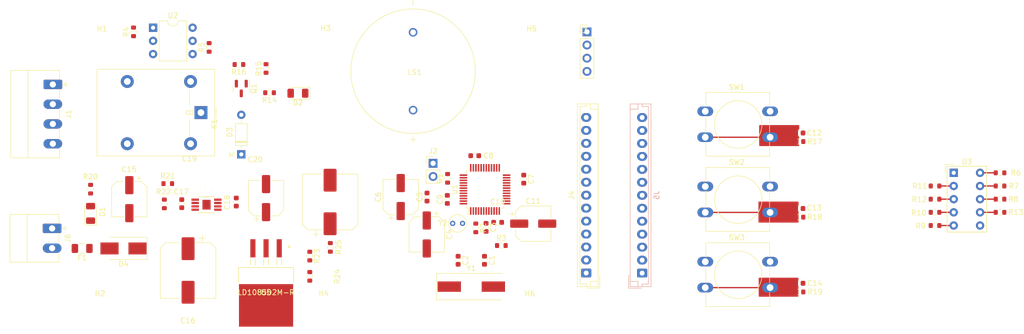
<source format=kicad_pcb>
(kicad_pcb (version 20211014) (generator pcbnew)
  (layers (0 "F.Cu" signal) (31 "B.Cu" signal) (34 "B.Paste" user) (35 "F.Paste" user) (36 "B.SilkS" user "B.Silkscreen") (37 "F.SilkS" user "F.Silkscreen") (38 "B.Mask" user) (39 "F.Mask" user) (44 "Edge.Cuts" user))
  (net 0 "")
  (net 1 "GND")
  (net 2 "RCC_OSC_IN")
  (net 3 "RCC_OSC_OUT")
  (net 4 "nRESET")
  (net 5 "Net-(C4-Pad1)")
  (net 6 "+3V3")
  (net 7 "Net-(C10-Pad1)")
  (net 8 "BTN_IO")
  (net 9 "BTN_START")
  (net 10 "BTN_MODE")
  (net 11 "Net-(C16-Pad1)")
  (net 12 "Net-(C17-Pad2)")
  (net 13 "Net-(C18-Pad1)")
  (net 14 "+12V")
  (net 15 "/Power/LED_PWR")
  (net 16 "Net-(D2-Pad2)")
  (net 17 "Net-(D3-Pad2)")
  (net 18 "Net-(D4-Pad2)")
  (net 19 "VCC")
  (net 20 "/Flow/FLOW_SENSOR")
  (net 21 "/Relay/RELAY_IN")
  (net 22 "/Relay/RELAY_NO")
  (net 23 "/Relay/RELAY_NC")
  (net 24 "BOOT0")
  (net 25 "SWDIO")
  (net 26 "SWCLK")
  (net 27 "BUZZER")
  (net 28 "Net-(Q1-Pad1)")
  (net 29 "Net-(R4-Pad2)")
  (net 30 "FLOW")
  (net 31 "DISP_A")
  (net 32 "Net-(R6-Pad2)")
  (net 33 "DISP_B")
  (net 34 "Net-(R7-Pad2)")
  (net 35 "DISP_C")
  (net 36 "Net-(R8-Pad2)")
  (net 37 "DISP_D")
  (net 38 "Net-(R9-Pad2)")
  (net 39 "DISP_E")
  (net 40 "Net-(R10-Pad2)")
  (net 41 "DISP_F")
  (net 42 "Net-(R11-Pad2)")
  (net 43 "DISP_G")
  (net 44 "Net-(R12-Pad2)")
  (net 45 "DISP_P")
  (net 46 "Net-(R13-Pad2)")
  (net 47 "RELAY")
  (net 48 "+3.3V")
  (net 49 "Net-(R23-Pad1)")
  (net 50 "Net-(R23-Pad2)")
  (net 52 "RCC_OSC32_IN")
  (net 53 "RCC_OSC32_OUT")
  (net 74 "/Buttons/BTN_IO")
  (net 75 "/Buttons/BTN_START")
  (net 76 "/Buttons/BTN_MODE")
  (net 77 "/DISPLAY/DISP_A")
  (net 78 "/DISPLAY/DISP_B")
  (net 79 "/DISPLAY/DISP_C")
  (net 80 "/DISPLAY/DISP_D")
  (net 81 "/DISPLAY/DISP_E")
  (net 82 "/DISPLAY/DISP_F")
  (net 83 "/DISPLAY/DISP_G")
  (net 84 "/DISPLAY/DISP_P")
  (footprint "Diode_SMD:D_SMB_Handsoldering" (layer "F.Cu") (at 37.338 148.082 180)
    (fp_text reference "D4" (at 0 -3) (layer "F.SilkS"))
    (fp_text value "SBR3A40SAQ")
    (pad "1" smd rect (at -2.7 0 180) (size 3.5 2.3) (layers "F.Cu" "F.Paste" "F.Mask") (net 11 "Net-(C16-Pad1)"))
    (pad "2" smd rect (at 2.7 0 180) (size 3.5 2.3) (layers "F.Cu" "F.Paste" "F.Mask") (net 18 "Net-(D4-Pad2)"))
  )
  (footprint "Buzzer:XDCR_KPEG228" (layer "F.Cu") (at 93.1672 113.9164 90)
    (fp_text reference "LS1" (at -0.2032 0.3048 180) (layer "F.SilkS"))
    (fp_text value "KPEG228")
    (pad "N" thru_hole circle locked (at 7.5 0 90) (size 1.65 1.65) (drill 1.1) (layers *.Cu *.Mask) (net 1 "GND"))
    (pad "P" thru_hole circle locked (at -7.5 0 90) (size 1.65 1.65) (drill 1.1) (layers *.Cu *.Mask) (net 27 "BUZZER"))
  )
  (footprint "Button_Switch_THT:SW_PUSH-12mm" (layer "F.Cu") (at 149.5028 136.1394)
    (fp_text reference "SW2" (at 6.08 -4.66) (layer "F.SilkS"))
    (fp_text value "SW_START")
    (pad "1" thru_hole oval (at 0 0) (size 3.048 1.85) (drill 1.3) (layers *.Cu *.Mask) (net 1 "GND"))
    (pad "1" thru_hole oval (at 12.5 0) (size 3.048 1.85) (drill 1.3) (layers *.Cu *.Mask) (net 1 "GND"))
    (pad "2" thru_hole oval (at 0 5) (size 3.048 1.85) (drill 1.3) (layers *.Cu *.Mask) (net 75 "/Buttons/BTN_START"))
    (pad "2" thru_hole oval (at 12.5 5) (size 3.048 1.85) (drill 1.3) (layers *.Cu *.Mask) (net 75 "/Buttons/BTN_START"))
  )
  (footprint "Resistor_SMD:R_0603_1608Metric" (layer "F.Cu") (at 206.3328 138.5839 180)
    (fp_text reference "R8" (at -2.58 0) (layer "F.SilkS"))
    (fp_text value "330R")
    (pad "1" smd roundrect (at -0.825 0 180) (size 0.8 0.95) (layers "F.Cu" "F.Paste" "F.Mask") (net 79 "/DISPLAY/DISP_C"))
    (pad "2" smd roundrect (at 0.825 0 180) (size 0.8 0.95) (layers "F.Cu" "F.Paste" "F.Mask") (net 36 "Net-(R8-Pad2)"))
  )
  (footprint "Capacitor_SMD:C_0603_1608Metric" (layer "F.Cu") (at 99.7712 138.6332 90)
    (fp_text reference "C9" (at 0 -1.43 90) (layer "F.SilkS"))
    (fp_text value "100nF")
    (pad "1" smd roundrect (at -0.775 0 90) (size 0.9 0.95) (layers "F.Cu" "F.Paste" "F.Mask") (net 6 "+3V3"))
    (pad "2" smd roundrect (at 0.775 0 90) (size 0.9 0.95) (layers "F.Cu" "F.Paste" "F.Mask") (net 1 "GND"))
  )
  (footprint "Resistor_SMD:R_0603_1608Metric" (layer "F.Cu") (at 64.8208 113.3856 90)
    (fp_text reference "R15" (at 0 -1.43 90) (layer "F.SilkS"))
    (fp_text value "4K7")
    (pad "1" smd roundrect (at -0.825 0 90) (size 0.8 0.95) (layers "F.Cu" "F.Paste" "F.Mask") (net 47 "RELAY"))
    (pad "2" smd roundrect (at 0.825 0 90) (size 0.8 0.95) (layers "F.Cu" "F.Paste" "F.Mask") (net 28 "Net-(Q1-Pad1)"))
  )
  (footprint "Package_QFP:LQFP-48_7x7mm_P0.5mm" (layer "F.Cu") (at 107.0356 136.7028 90)
    (fp_text reference "U1" (at 0 -5.85 90) (layer "F.SilkS"))
    (fp_text value "STM32F103C8Tx")
    (pad "1" smd roundrect (at -4.1625 -2.75 90) (size 1.475 0.3) (layers "F.Cu" "F.Paste" "F.Mask") (net 5 "Net-(C4-Pad1)"))
    (pad "2" smd roundrect (at -4.1625 -2.25 90) (size 1.475 0.3) (layers "F.Cu" "F.Paste" "F.Mask"))
    (pad "3" smd roundrect (at -4.1625 -1.75 90) (size 1.475 0.3) (layers "F.Cu" "F.Paste" "F.Mask") (net 52 "RCC_OSC32_IN"))
    (pad "4" smd roundrect (at -4.1625 -1.25 90) (size 1.475 0.3) (layers "F.Cu" "F.Paste" "F.Mask") (net 53 "RCC_OSC32_OUT"))
    (pad "5" smd roundrect (at -4.1625 -0.75 90) (size 1.475 0.3) (layers "F.Cu" "F.Paste" "F.Mask") (net 2 "RCC_OSC_IN"))
    (pad "6" smd roundrect (at -4.1625 -0.25 90) (size 1.475 0.3) (layers "F.Cu" "F.Paste" "F.Mask") (net 3 "RCC_OSC_OUT"))
    (pad "7" smd roundrect (at -4.1625 0.25 90) (size 1.475 0.3) (layers "F.Cu" "F.Paste" "F.Mask") (net 4 "nRESET"))
    (pad "8" smd roundrect (at -4.1625 0.75 90) (size 1.475 0.3) (layers "F.Cu" "F.Paste" "F.Mask") (net 1 "GND"))
    (pad "9" smd roundrect (at -4.1625 1.25 90) (size 1.475 0.3) (layers "F.Cu" "F.Paste" "F.Mask") (net 7 "Net-(C10-Pad1)"))
    (pad "10" smd roundrect (at -4.1625 1.75 90) (size 1.475 0.3) (layers "F.Cu" "F.Paste" "F.Mask"))
    (pad "11" smd roundrect (at -4.1625 2.25 90) (size 1.475 0.3) (layers "F.Cu" "F.Paste" "F.Mask"))
    (pad "12" smd roundrect (at -4.1625 2.75 90) (size 1.475 0.3) (layers "F.Cu" "F.Paste" "F.Mask"))
    (pad "13" smd roundrect (at -2.75 4.1625 90) (size 0.3 1.475) (layers "F.Cu" "F.Paste" "F.Mask") (net 31 "DISP_A"))
    (pad "14" smd roundrect (at -2.25 4.1625 90) (size 0.3 1.475) (layers "F.Cu" "F.Paste" "F.Mask") (net 33 "DISP_B"))
    (pad "15" smd roundrect (at -1.75 4.1625 90) (size 0.3 1.475) (layers "F.Cu" "F.Paste" "F.Mask") (net 35 "DISP_C"))
    (pad "16" smd roundrect (at -1.25 4.1625 90) (size 0.3 1.475) (layers "F.Cu" "F.Paste" "F.Mask") (net 37 "DISP_D"))
    (pad "17" smd roundrect (at -0.75 4.1625 90) (size 0.3 1.475) (layers "F.Cu" "F.Paste" "F.Mask") (net 39 "DISP_E"))
    (pad "18" smd roundrect (at -0.25 4.1625 90) (size 0.3 1.475) (layers "F.Cu" "F.Paste" "F.Mask") (net 41 "DISP_F"))
    (pad "19" smd roundrect (at 0.25 4.1625 90) (size 0.3 1.475) (layers "F.Cu" "F.Paste" "F.Mask") (net 43 "DISP_G"))
    (pad "20" smd roundrect (at 0.75 4.1625 90) (size 0.3 1.475) (layers "F.Cu" "F.Paste" "F.Mask") (net 45 "DISP_P"))
    (pad "21" smd roundrect (at 1.25 4.1625 90) (size 0.3 1.475) (layers "F.Cu" "F.Paste" "F.Mask"))
    (pad "22" smd roundrect (at 1.75 4.1625 90) (size 0.3 1.475) (layers "F.Cu" "F.Paste" "F.Mask"))
    (pad "23" smd roundrect (at 2.25 4.1625 90) (size 0.3 1.475) (layers "F.Cu" "F.Paste" "F.Mask") (net 1 "GND"))
    (pad "24" smd roundrect (at 2.75 4.1625 90) (size 0.3 1.475) (layers "F.Cu" "F.Paste" "F.Mask") (net 6 "+3V3"))
    (pad "25" smd roundrect (at 4.1625 2.75 90) (size 1.475 0.3) (layers "F.Cu" "F.Paste" "F.Mask"))
    (pad "26" smd roundrect (at 4.1625 2.25 90) (size 1.475 0.3) (layers "F.Cu" "F.Paste" "F.Mask"))
    (pad "27" smd roundrect (at 4.1625 1.75 90) (size 1.475 0.3) (layers "F.Cu" "F.Paste" "F.Mask"))
    (pad "28" smd roundrect (at 4.1625 1.25 90) (size 1.475 0.3) (layers "F.Cu" "F.Paste" "F.Mask") (net 47 "RELAY"))
    (pad "29" smd roundrect (at 4.1625 0.75 90) (size 1.475 0.3) (layers "F.Cu" "F.Paste" "F.Mask") (net 30 "FLOW"))
    (pad "30" smd roundrect (at 4.1625 0.25 90) (size 1.475 0.3) (layers "F.Cu" "F.Paste" "F.Mask") (net 27 "BUZZER"))
    (pad "31" smd roundrect (at 4.1625 -0.25 90) (size 1.475 0.3) (layers "F.Cu" "F.Paste" "F.Mask"))
    (pad "32" smd roundrect (at 4.1625 -0.75 90) (size 1.475 0.3) (layers "F.Cu" "F.Paste" "F.Mask"))
    (pad "33" smd roundrect (at 4.1625 -1.25 90) (size 1.475 0.3) (layers "F.Cu" "F.Paste" "F.Mask"))
    (pad "34" smd roundrect (at 4.1625 -1.75 90) (size 1.475 0.3) (layers "F.Cu" "F.Paste" "F.Mask") (net 25 "SWDIO"))
    (pad "35" smd roundrect (at 4.1625 -2.25 90) (size 1.475 0.3) (layers "F.Cu" "F.Paste" "F.Mask") (net 1 "GND"))
    (pad "36" smd roundrect (at 4.1625 -2.75 90) (size 1.475 0.3) (layers "F.Cu" "F.Paste" "F.Mask") (net 6 "+3V3"))
    (pad "37" smd roundrect (at 2.75 -4.1625 90) (size 0.3 1.475) (layers "F.Cu" "F.Paste" "F.Mask") (net 26 "SWCLK"))
    (pad "38" smd roundrect (at 2.25 -4.1625 90) (size 0.3 1.475) (layers "F.Cu" "F.Paste" "F.Mask"))
    (pad "39" smd roundrect (at 1.75 -4.1625 90) (size 0.3 1.475) (layers "F.Cu" "F.Paste" "F.Mask"))
    (pad "40" smd roundrect (at 1.25 -4.1625 90) (size 0.3 1.475) (layers "F.Cu" "F.Paste" "F.Mask"))
    (pad "41" smd roundrect (at 0.75 -4.1625 90) (size 0.3 1.475) (layers "F.Cu" "F.Paste" "F.Mask") (net 8 "BTN_IO"))
    (pad "42" smd roundrect (at 0.25 -4.1625 90) (size 0.3 1.475) (layers "F.Cu" "F.Paste" "F.Mask") (net 9 "BTN_START"))
    (pad "43" smd roundrect (at -0.25 -4.1625 90) (size 0.3 1.475) (layers "F.Cu" "F.Paste" "F.Mask") (net 10 "BTN_MODE"))
    (pad "44" smd roundrect (at -0.75 -4.1625 90) (size 0.3 1.475) (layers "F.Cu" "F.Paste" "F.Mask") (net 24 "BOOT0"))
    (pad "45" smd roundrect (at -1.25 -4.1625 90) (size 0.3 1.475) (layers "F.Cu" "F.Paste" "F.Mask"))
    (pad "46" smd roundrect (at -1.75 -4.1625 90) (size 0.3 1.475) (layers "F.Cu" "F.Paste" "F.Mask"))
    (pad "47" smd roundrect (at -2.25 -4.1625 90) (size 0.3 1.475) (layers "F.Cu" "F.Paste" "F.Mask") (net 1 "GND"))
    (pad "48" smd roundrect (at -2.75 -4.1625 90) (size 0.3 1.475) (layers "F.Cu" "F.Paste" "F.Mask") (net 6 "+3V3"))
  )
  (footprint "Connector_PinHeader_2.54mm:PinHeader_1x02_P2.54mm_Vertical" (layer "F.Cu") (at 97.028 131.6686)
    (fp_text reference "J2" (at 0 -2.33) (layer "F.SilkS"))
    (fp_text value "BOOT")
    (pad "1" thru_hole rect (at 0 0) (size 1.7 1.7) (drill 1) (layers *.Cu *.Mask) (net 6 "+3V3"))
    (pad "2" thru_hole oval (at 0 2.54) (size 1.7 1.7) (drill 1) (layers *.Cu *.Mask) (net 24 "BOOT0"))
  )
  (footprint "Capacitor_SMD:CP_Elec_6.3x7.7" (layer "F.Cu") (at 90.7796 138.176 90)
    (fp_text reference "C6" (at 0 -4.35 90) (layer "F.SilkS"))
    (fp_text value "1uF/6V")
    (pad "1" smd roundrect (at -2.7 0 90) (size 3.5 1.6) (layers "F.Cu" "F.Paste" "F.Mask") (roundrect_rratio 0.15625) (net 6 "+3V3"))
    (pad "2" smd roundrect (at 2.7 0 90) (size 3.5 1.6) (layers "F.Cu" "F.Paste" "F.Mask") (roundrect_rratio 0.15625) (net 1 "GND"))
  )
  (footprint "Capacitor_SMD:C_0603_1608Metric" (layer "F.Cu") (at 167.5728 140.3844)
    (fp_text reference "C13" (at 2.93 -0.14) (layer "F.SilkS"))
    (fp_text value "100nF")
    (pad "1" smd roundrect (at -0.775 0) (size 0.9 0.95) (layers "F.Cu" "F.Paste" "F.Mask") (net 75 "/Buttons/BTN_START"))
    (pad "2" smd roundrect (at 0.775 0) (size 0.9 0.95) (layers "F.Cu" "F.Paste" "F.Mask") (net 1 "GND"))
  )
  (footprint "Resistor_SMD:R_0603_1608Metric" (layer "F.Cu") (at 30.988 136.652 -90)
    (fp_text reference "R20" (at -2.3876 0.0508 180) (layer "F.SilkS"))
    (fp_text value "470")
    (pad "1" smd roundrect (at -0.825 0 270) (size 0.8 0.95) (layers "F.Cu" "F.Paste" "F.Mask") (net 6 "+3V3"))
    (pad "2" smd roundrect (at 0.825 0 270) (size 0.8 0.95) (layers "F.Cu" "F.Paste" "F.Mask") (net 15 "/Power/LED_PWR"))
  )
  (footprint "Capacitor_SMD:CP_Elec_6.3x7.7" (layer "F.Cu") (at 64.8208 138.3792 90)
    (fp_text reference "C19" (at 7.5969 -14.7828 180) (layer "F.SilkS"))
    (fp_text value "10uF/35V")
    (pad "1" smd roundrect (at -2.7 0 90) (size 3.5 1.6) (layers "F.Cu" "F.Paste" "F.Mask") (roundrect_rratio 0.15625) (net 14 "+12V"))
    (pad "2" smd roundrect (at 2.7 0 90) (size 3.5 1.6) (layers "F.Cu" "F.Paste" "F.Mask") (roundrect_rratio 0.15625) (net 1 "GND"))
  )
  (footprint "MountingHole:MountingHole_2.5mm" (layer "F.Cu") (at 33.1724 109.2428)
    (fp_text reference "H1" (at 0 -3.5) (layer "F.SilkS"))
    (fp_text value "MountingHole")
    (pad "" np_thru_hole circle (at 0 0) (size 2.5 2.5) (drill 2.5) (layers *.Cu *.Mask))
  )
  (footprint "Resistor_SMD:R_0603_1608Metric" (layer "F.Cu") (at 65.4934 118.0592 180)
    (fp_text reference "R14" (at 0 -1.43) (layer "F.SilkS"))
    (fp_text value "4K7")
    (pad "1" smd roundrect (at -0.825 0 180) (size 0.8 0.95) (layers "F.Cu" "F.Paste" "F.Mask") (net 16 "Net-(D2-Pad2)"))
    (pad "2" smd roundrect (at 0.825 0 180) (size 0.8 0.95) (layers "F.Cu" "F.Paste" "F.Mask") (net 17 "Net-(D3-Pad2)"))
  )
  (footprint "Resistor_SMD:R_0603_1608Metric" (layer "F.Cu") (at 53.848 109.3216 90)
    (fp_text reference "R5" (at 0 -1.43 90) (layer "F.SilkS"))
    (fp_text value "4K7")
    (pad "1" smd roundrect (at -0.825 0 90) (size 0.8 0.95) (layers "F.Cu" "F.Paste" "F.Mask") (net 6 "+3V3"))
    (pad "2" smd roundrect (at 0.825 0 90) (size 0.8 0.95) (layers "F.Cu" "F.Paste" "F.Mask") (net 30 "FLOW"))
  )
  (footprint "LED_SMD:LED_1206_3216Metric" (layer "F.Cu") (at 70.9676 118.1608 180)
    (fp_text reference "D2" (at 0 -1.82) (layer "F.SilkS"))
    (fp_text value "LED_GREEN")
    (pad "1" smd roundrect (at -1.4 0 180) (size 1.25 1.75) (layers "F.Cu" "F.Paste" "F.Mask") (roundrect_rratio 0.2) (net 1 "GND"))
    (pad "2" smd roundrect (at 1.4 0 180) (size 1.25 1.75) (layers "F.Cu" "F.Paste" "F.Mask") (roundrect_rratio 0.2) (net 16 "Net-(D2-Pad2)"))
  )
  (footprint "Connector_Phoenix_MC:PhoenixContact_MC_1,5_4-G-3.81_1x04_P3.81mm_Horizontal" (layer "F.Cu") (at 23.7097 116.4632 -90)
    (fp_text reference "J1" (at 5.72 -3 90) (layer "F.SilkS"))
    (fp_text value "Screw_Terminal_01x04")
    (pad "1" thru_hole roundrect (at 0 0 270) (size 1.8 3.6) (drill 1.2) (layers *.Cu *.Mask) (roundrect_rratio 0.138889) (net 20 "/Flow/FLOW_SENSOR"))
    (pad "2" thru_hole oval (at 3.81 0 270) (size 1.8 3.6) (drill 1.2) (layers *.Cu *.Mask) (net 21 "/Relay/RELAY_IN"))
    (pad "3" thru_hole oval (at 7.62 0 270) (size 1.8 3.6) (drill 1.2) (layers *.Cu *.Mask) (net 22 "/Relay/RELAY_NO"))
    (pad "4" thru_hole oval (at 11.43 0 270) (size 1.8 3.6) (drill 1.2) (layers *.Cu *.Mask) (net 23 "/Relay/RELAY_NC"))
  )
  (footprint "Capacitor_SMD:C_0603_1608Metric" (layer "F.Cu") (at 107.2388 144.018 -90)
    (fp_text reference "C3" (at 0 -1.43 90) (layer "F.SilkS"))
    (fp_text value "100nF")
    (pad "1" smd roundrect (at -0.775 0 270) (size 0.9 0.95) (layers "F.Cu" "F.Paste" "F.Mask") (net 4 "nRESET"))
    (pad "2" smd roundrect (at 0.775 0 270) (size 0.9 0.95) (layers "F.Cu" "F.Paste" "F.Mask") (net 1 "GND"))
  )
  (footprint "Capacitor_SMD:C_0603_1608Metric" (layer "F.Cu") (at 106.934 150.368 -90)
    (fp_text reference "C1" (at 0 -1.43 90) (layer "F.SilkS"))
    (fp_text value "20pF")
    (pad "1" smd roundrect (at -0.775 0 270) (size 0.9 0.95) (layers "F.Cu" "F.Paste" "F.Mask") (net 1 "GND"))
    (pad "2" smd roundrect (at 0.775 0 270) (size 0.9 0.95) (layers "F.Cu" "F.Paste" "F.Mask") (net 2 "RCC_OSC_IN"))
  )
  (footprint "Capacitor_SMD:C_0603_1608Metric" (layer "F.Cu") (at 95.8596 138.176 90)
    (fp_text reference "C5" (at 0 -1.43 90) (layer "F.SilkS"))
    (fp_text value "100nF")
    (pad "1" smd roundrect (at -0.775 0 90) (size 0.9 0.95) (layers "F.Cu" "F.Paste" "F.Mask") (net 6 "+3V3"))
    (pad "2" smd roundrect (at 0.775 0 90) (size 0.9 0.95) (layers "F.Cu" "F.Paste" "F.Mask") (net 1 "GND"))
  )
  (footprint "Capacitor_SMD:CP_Elec_10x10.5" (layer "F.Cu") (at 49.784 152.3328 -90)
    (fp_text reference "C16" (at 9.6684 0.0508 180) (layer "F.SilkS"))
    (fp_text value "100uF/35V")
    (pad "1" smd roundrect (at -4.2 0 270) (size 4.4 2.5) (layers "F.Cu" "F.Paste" "F.Mask") (roundrect_rratio 0.1) (net 11 "Net-(C16-Pad1)"))
    (pad "2" smd roundrect (at 4.2 0 270) (size 4.4 2.5) (layers "F.Cu" "F.Paste" "F.Mask") (roundrect_rratio 0.1) (net 1 "GND"))
  )
  (footprint "Diode_THT:D_DO-35_SOD27_P7.62mm_Horizontal" (layer "F.Cu") (at 60.0456 129.9464 90)
    (fp_text reference "D3" (at 4.2672 -2.2352 90) (layer "F.SilkS"))
    (fp_text value "1N4148")
    (fp_text user "K" (at 0 -1.8 90) (layer "F.SilkS"))
    (pad "1" thru_hole rect (at 0 0 90) (size 1.6 1.6) (drill 0.8) (layers *.Cu *.Mask) (net 14 "+12V"))
    (pad "2" thru_hole oval (at 7.62 0 90) (size 1.6 1.6) (drill 0.8) (layers *.Cu *.Mask) (net 17 "Net-(D3-Pad2)"))
  )
  (footprint "Resistor_SMD:R_0603_1608Metric" (layer "F.Cu") (at 167.5728 127.4744 180)
    (fp_text reference "R17" (at -3.04 0) (layer "F.SilkS"))
    (fp_text value "10K")
    (pad "1" smd roundrect (at -0.825 0 180) (size 0.8 0.95) (layers "F.Cu" "F.Paste" "F.Mask") (net 48 "+3.3V"))
    (pad "2" smd roundrect (at 0.825 0 180) (size 0.8 0.95) (layers "F.Cu" "F.Paste" "F.Mask") (net 74 "/Buttons/BTN_IO"))
  )
  (footprint "MountingHole:MountingHole_2.5mm" (layer "F.Cu") (at 115.6716 160.274)
    (fp_text reference "H6" (at 0 -3.5) (layer "F.SilkS"))
    (fp_text value "MountingHole")
    (pad "" np_thru_hole circle (at 0 0) (size 2.5 2.5) (drill 2.5) (layers *.Cu *.Mask))
  )
  (footprint "Button_Switch_THT:SW_PUSH-12mm" (layer "F.Cu") (at 149.5028 121.6444)
    (fp_text reference "SW1" (at 6.08 -4.66) (layer "F.SilkS"))
    (fp_text value "SW_IO")
    (pad "1" thru_hole oval (at 0 0) (size 3.048 1.85) (drill 1.3) (layers *.Cu *.Mask) (net 1 "GND"))
    (pad "1" thru_hole oval (at 12.5 0) (size 3.048 1.85) (drill 1.3) (layers *.Cu *.Mask) (net 1 "GND"))
    (pad "2" thru_hole oval (at 0 5) (size 3.048 1.85) (drill 1.3) (layers *.Cu *.Mask) (net 74 "/Buttons/BTN_IO"))
    (pad "2" thru_hole oval (at 12.5 5) (size 3.048 1.85) (drill 1.3) (layers *.Cu *.Mask) (net 74 "/Buttons/BTN_IO"))
  )
  (footprint "Resistor_SMD:R_0603_1608Metric" (layer "F.Cu") (at 105.2576 144.1196 -90)
    (fp_text reference "R2" (at 0 -1.43 90) (layer "F.SilkS"))
    (fp_text value "100K")
    (pad "1" smd roundrect (at -0.825 0 270) (size 0.8 0.95) (layers "F.Cu" "F.Paste" "F.Mask") (net 4 "nRESET"))
    (pad "2" smd roundrect (at 0.825 0 270) (size 0.8 0.95) (layers "F.Cu" "F.Paste" "F.Mask") (net 6 "+3V3"))
  )
  (footprint "Package_DIP:DIP-6_W7.62mm" (layer "F.Cu") (at 43.0376 105.5266)
    (fp_text reference "U2" (at 3.81 -2.33) (layer "F.SilkS"))
    (fp_text value "4N25")
    (pad "1" thru_hole rect (at 0 0) (size 1.6 1.6) (drill 0.8) (layers *.Cu *.Mask) (net 29 "Net-(R4-Pad2)"))
    (pad "2" thru_hole oval (at 0 2.54) (size 1.6 1.6) (drill 0.8) (layers *.Cu *.Mask) (net 1 "GND"))
    (pad "3" thru_hole oval (at 0 5.08) (size 1.6 1.6) (drill 0.8) (layers *.Cu *.Mask))
    (pad "4" thru_hole oval (at 7.62 5.08) (size 1.6 1.6) (drill 0.8) (layers *.Cu *.Mask) (net 1 "GND"))
    (pad "5" thru_hole oval (at 7.62 2.54) (size 1.6 1.6) (drill 0.8) (layers *.Cu *.Mask) (net 30 "FLOW"))
    (pad "6" thru_hole oval (at 7.62 0) (size 1.6 1.6) (drill 0.8) (layers *.Cu *.Mask))
  )
  (footprint "MountingHole:MountingHole_2.5mm" (layer "F.Cu") (at 75.946 160.274)
    (fp_text reference "H4" (at 0 -3.5) (layer "F.SilkS"))
    (fp_text value "MountingHole")
    (pad "" np_thru_hole circle (at 0 0) (size 2.5 2.5) (drill 2.5) (layers *.Cu *.Mask))
  )
  (footprint "Connector_JST:JST_EH_B13B-EH-A_1x13_P2.50mm_Vertical" (layer "F.Cu") (at 126.5476 152.8204 90)
    (fp_text reference "J4" (at 15 -2.8 90) (layer "F.SilkS"))
    (fp_text value "Conn_Board")
    (pad "1" thru_hole roundrect (at 0 0 90) (size 1.7 1.95) (drill 0.95) (layers *.Cu *.Mask) (roundrect_rratio 0.147059) (net 6 "+3V3"))
    (pad "2" thru_hole oval (at 2.5 0 90) (size 1.7 1.95) (drill 0.95) (layers *.Cu *.Mask) (net 8 "BTN_IO"))
    (pad "3" thru_hole oval (at 5 0 90) (size 1.7 1.95) (drill 0.95) (layers *.Cu *.Mask) (net 9 "BTN_START"))
    (pad "4" thru_hole oval (at 7.5 0 90) (size 1.7 1.95) (drill 0.95) (layers *.Cu *.Mask) (net 10 "BTN_MODE"))
    (pad "5" thru_hole oval (at 10 0 90) (size 1.7 1.95) (drill 0.95) (layers *.Cu *.Mask) (net 31 "DISP_A"))
    (pad "6" thru_hole oval (at 12.5 0 90) (size 1.7 1.95) (drill 0.95) (layers *.Cu *.Mask) (net 33 "DISP_B"))
    (pad "7" thru_hole oval (at 15 0 90) (size 1.7 1.95) (drill 0.95) (layers *.Cu *.Mask) (net 35 "DISP_C"))
    (pad "8" thru_hole oval (at 17.5 0 90) (size 1.7 1.95) (drill 0.95) (layers *.Cu *.Mask) (net 37 "DISP_D"))
    (pad "9" thru_hole oval (at 20 0 90) (size 1.7 1.95) (drill 0.95) (layers *.Cu *.Mask) (net 39 "DISP_E"))
    (pad "10" thru_hole oval (at 22.5 0 90) (size 1.7 1.95) (drill 0.95) (layers *.Cu *.Mask) (net 41 "DISP_F"))
    (pad "11" thru_hole oval (at 25 0 90) (size 1.7 1.95) (drill 0.95) (layers *.Cu *.Mask) (net 43 "DISP_G"))
    (pad "12" thru_hole oval (at 27.5 0 90) (size 1.7 1.95) (drill 0.95) (layers *.Cu *.Mask) (net 45 "DISP_P"))
    (pad "13" thru_hole oval (at 30 0 90) (size 1.7 1.95) (drill 0.95) (layers *.Cu *.Mask) (net 1 "GND"))
  )
  (footprint "Resistor_SMD:R_0603_1608Metric" (layer "F.Cu") (at 59.5884 112.6236 180)
    (fp_text reference "R16" (at 0 -1.43) (layer "F.SilkS"))
    (fp_text value "47K")
    (pad "1" smd roundrect (at -0.825 0 180) (size 0.8 0.95) (layers "F.Cu" "F.Paste" "F.Mask") (net 28 "Net-(Q1-Pad1)"))
    (pad "2" smd roundrect (at 0.825 0 180) (size 0.8 0.95) (layers "F.Cu" "F.Paste" "F.Mask") (net 1 "GND"))
  )
  (footprint "Power:LD1085D2M-R" (layer "F.Cu") (at 64.8208 156.5656 180)
    (fp_text reference "U5" (at 0 0) (layer "F.SilkS"))
    (fp_text value "LD1085D2M-R" (at 0 0) (layer "F.SilkS"))
    (fp_text user "*" (at -4.445 8.509) (layer "F.SilkS"))
    (fp_text user "*" (at -4.445 8.509) (layer "F.SilkS"))
    (pad "1" smd rect locked (at -2.54 8.509 180) (size 0.9906 3.5052) (layers "F.Cu" "F.Paste" "F.Mask") (net 49 "Net-(R23-Pad1)"))
    (pad "2" smd rect locked (at 0 8.509 180) (size 0.9906 3.5052) (layers "F.Cu" "F.Paste" "F.Mask") (net 14 "+12V"))
    (pad "3" smd rect locked (at 2.54 8.509 180) (size 0.9906 3.5052) (layers "F.Cu" "F.Paste" "F.Mask") (net 11 "Net-(C16-Pad1)"))
    (pad "4" smd rect locked (at 0 -2.5019 180) (size 10.4394 8.2042) (layers "F.Cu" "F.Paste" "F.Mask") (net 14 "+12V"))
  )
  (footprint "Resistor_SMD:R_0603_1608Metric" (layer "F.Cu") (at 73.2536 153.4668 -90)
    (fp_text reference "R24" (at 0 -5.3119 90) (layer "F.SilkS"))
    (fp_text value "33")
    (pad "1" smd roundrect (at -0.825 0 270) (size 0.8 0.95) (layers "F.Cu" "F.Paste" "F.Mask") (net 50 "Net-(R23-Pad2)"))
    (pad "2" smd roundrect (at 0.825 0 270) (size 0.8 0.95) (layers "F.Cu" "F.Paste" "F.Mask") (net 1 "GND"))
  )
  (footprint "Capacitor_SMD:C_0603_1608Metric" (layer "F.Cu") (at 101.854 150.368 -90)
    (fp_text reference "C2" (at 0 -1.43 90) (layer "F.SilkS"))
    (fp_text value "20pF")
    (pad "1" smd roundrect (at -0.775 0 270) (size 0.9 0.95) (layers "F.Cu" "F.Paste" "F.Mask") (net 1 "GND"))
    (pad "2" smd roundrect (at 0.775 0 270) (size 0.9 0.95) (layers "F.Cu" "F.Paste" "F.Mask") (net 3 "RCC_OSC_OUT"))
  )
  (footprint "MountingHole:MountingHole_2.5mm" (layer "F.Cu") (at 116.0272 109.2428)
    (fp_text reference "H5" (at 0 -3.5) (layer "F.SilkS"))
    (fp_text value "MountingHole")
    (pad "" np_thru_hole circle (at 0 0) (size 2.5 2.5) (drill 2.5) (layers *.Cu *.Mask))
  )
  (footprint "Resistor_SMD:R_0603_1608Metric" (layer "F.Cu") (at 193.8028 143.6639)
    (fp_text reference "R9" (at -2.78 0.09) (layer "F.SilkS"))
    (fp_text value "330R")
    (pad "1" smd roundrect (at -0.825 0) (size 0.8 0.95) (layers "F.Cu" "F.Paste" "F.Mask") (net 80 "/DISPLAY/DISP_D"))
    (pad "2" smd roundrect (at 0.825 0) (size 0.8 0.95) (layers "F.Cu" "F.Paste" "F.Mask") (net 38 "Net-(R9-Pad2)"))
  )
  (footprint "Capacitor_SMD:CP_Elec_6.3x7.7" (layer "F.Cu") (at 38.4556 138.5824 -90)
    (fp_text reference "C15" (at -5.7404 0.0508 180) (layer "F.SilkS"))
    (fp_text value "10uF/10V")
    (pad "1" smd roundrect (at -2.7 0 270) (size 3.5 1.6) (layers "F.Cu" "F.Paste" "F.Mask") (roundrect_rratio 0.15625) (net 6 "+3V3"))
    (pad "2" smd roundrect (at 2.7 0 270) (size 3.5 1.6) (layers "F.Cu" "F.Paste" "F.Mask") (roundrect_rratio 0.15625) (net 1 "GND"))
  )
  (footprint "Capacitor_SMD:C_0603_1608Metric" (layer "F.Cu") (at 114.5032 134.7216 -90)
    (fp_text reference "C7" (at 0 -1.43 90) (layer "F.SilkS"))
    (fp_text value "100nF")
    (pad "1" smd roundrect (at -0.775 0 270) (size 0.9 0.95) (layers "F.Cu" "F.Paste" "F.Mask") (net 6 "+3V3"))
    (pad "2" smd roundrect (at 0.775 0 270) (size 0.9 0.95) (layers "F.Cu" "F.Paste" "F.Mask") (net 1 "GND"))
  )
  (footprint "Capacitor_SMD:C_0603_1608Metric" (layer "F.Cu") (at 167.5728 154.7994)
    (fp_text reference "C14" (at 3.06 0) (layer "F.SilkS"))
    (fp_text value "100nF")
    (pad "1" smd roundrect (at -0.775 0) (size 0.9 0.95) (layers "F.Cu" "F.Paste" "F.Mask") (net 76 "/Buttons/BTN_MODE"))
    (pad "2" smd roundrect (at 0.775 0) (size 0.9 0.95) (layers "F.Cu" "F.Paste" "F.Mask") (net 1 "GND"))
  )
  (footprint "Resistor_SMD:R_0603_1608Metric" (layer "F.Cu") (at 193.8028 138.5839)
    (fp_text reference "R12" (at -3.05 0.05) (layer "F.SilkS"))
    (fp_text value "330R")
    (pad "1" smd roundrect (at -0.825 0) (size 0.8 0.95) (layers "F.Cu" "F.Paste" "F.Mask") (net 83 "/DISPLAY/DISP_G"))
    (pad "2" smd roundrect (at 0.825 0) (size 0.8 0.95) (layers "F.Cu" "F.Paste" "F.Mask") (net 44 "Net-(R12-Pad2)"))
  )
  (footprint "MountingHole:MountingHole_2.5mm" (layer "F.Cu") (at 32.8168 160.274)
    (fp_text reference "H2" (at 0 -3.5) (layer "F.SilkS"))
    (fp_text value "MountingHole")
    (pad "" np_thru_hole circle (at 0 0) (size 2.5 2.5) (drill 2.5) (layers *.Cu *.Mask))
  )
  (footprint "Resistor_SMD:R_0603_1608Metric" (layer "F.Cu") (at 45.8724 135.5852 180)
    (fp_text reference "R21" (at 0 1.4732) (layer "F.SilkS"))
    (fp_text value "18K")
    (pad "1" smd roundrect (at -0.825 0 180) (size 0.8 0.95) (layers "F.Cu" "F.Paste" "F.Mask") (net 6 "+3V3"))
    (pad "2" smd roundrect (at 0.825 0 180) (size 0.8 0.95) (layers "F.Cu" "F.Paste" "F.Mask") (net 12 "Net-(C17-Pad2)"))
  )
  (footprint "Package_TO_SOT_SMD:SOT-23" (layer "F.Cu") (at 60.0456 117.2464 -90)
    (fp_text reference "Q1" (at 0 -2.4 90) (layer "F.SilkS"))
    (fp_text value "BC847")
    (pad "1" smd roundrect (at -0.9375 -0.95 270) (size 1.475 0.6) (layers "F.Cu" "F.Paste" "F.Mask") (net 28 "Net-(Q1-Pad1)"))
    (pad "2" smd roundrect (at -0.9375 0.95 270) (size 1.475 0.6) (layers "F.Cu" "F.Paste" "F.Mask") (net 1 "GND"))
    (pad "3" smd roundrect (at 0.9375 0 270) (size 1.475 0.6) (layers "F.Cu" "F.Paste" "F.Mask") (net 17 "Net-(D3-Pad2)"))
  )
  (footprint "Crystal:Crystal_C38-LF_D3.0mm_L8.0mm_Vertical" (layer "F.Cu") (at 102.7024 143.256 180)
    (fp_text reference "Y2" (at 3.7948 0.094) (layer "F.SilkS"))
    (fp_text value "32KHz")
    (pad "1" thru_hole circle (at 0 0 180) (size 1 1) (drill 0.5) (layers *.Cu *.Mask) (net 53 "RCC_OSC32_OUT"))
    (pad "2" thru_hole circle (at 1.9 0 180) (size 1 1) (drill 0.5) (layers *.Cu *.Mask) (net 52 "RCC_OSC32_IN"))
  )
  (footprint "Resistor_SMD:R_0603_1608Metric" (layer "F.Cu") (at 39.2684 106.3244 90)
    (fp_text reference "R4" (at 0 -1.43 90) (layer "F.SilkS"))
    (fp_text value "1K")
    (pad "1" smd roundrect (at -0.825 0 90) (size 0.8 0.95) (layers "F.Cu" "F.Paste" "F.Mask") (net 20 "/Flow/FLOW_SENSOR"))
    (pad "2" smd roundrect (at 0.825 0 90) (size 0.8 0.95) (layers "F.Cu" "F.Paste" "F.Mask") (net 29 "Net-(R4-Pad2)"))
  )
  (footprint "Crystal:Crystal_SMD_HC49-SD" (layer "F.Cu") (at 104.394 155.448)
    (fp_text reference "Y1" (at 0 -3.55) (layer "F.SilkS"))
    (fp_text value "8MHz")
    (pad "1" smd rect (at -4.25 0) (size 4.5 2) (layers "F.Cu" "F.Paste" "F.Mask") (net 3 "RCC_OSC_OUT"))
    (pad "2" smd rect (at 4.25 0) (size 4.5 2) (layers "F.Cu" "F.Paste" "F.Mask") (net 2 "RCC_OSC_IN"))
  )
  (footprint "Resistor_SMD:R_0603_1608Metric" (layer "F.Cu") (at 73.2536 149.5552 -90)
    (fp_text reference "R23" (at 0 -1.43 90) (layer "F.SilkS"))
    (fp_text value "1K")
    (pad "1" smd roundrect (at -0.825 0 270) (size 0.8 0.95) (layers "F.Cu" "F.Paste" "F.Mask") (net 49 "Net-(R23-Pad1)"))
    (pad "2" smd roundrect (at 0.825 0 270) (size 0.8 0.95) (layers "F.Cu" "F.Paste" "F.Mask") (net 50 "Net-(R23-Pad2)"))
  )
  (footprint "Capacitor_SMD:CP_Elec_6.3x7.7" (layer "F.Cu") (at 116.332 143.3068)
    (fp_text reference "C11" (at 0 -4.35) (layer "F.SilkS"))
    (fp_text value "1uF/6V")
    (pad "1" smd roundrect (at -2.7 0) (size 3.5 1.6) (layers "F.Cu" "F.Paste" "F.Mask") (roundrect_rratio 0.15625) (net 7 "Net-(C10-Pad1)"))
    (pad "2" smd roundrect (at 2.7 0) (size 3.5 1.6) (layers "F.Cu" "F.Paste" "F.Mask") (roundrect_rratio 0.15625) (net 1 "GND"))
  )
  (footprint "Capacitor_SMD:C_0603_1608Metric" (layer "F.Cu") (at 59.0804 139.1412 90)
    (fp_text reference "C18" (at -0.0859 -1.7272 90) (layer "F.SilkS"))
    (fp_text value "10nF")
    (pad "1" smd roundrect (at -0.775 0 90) (size 0.9 0.95) (layers "F.Cu" "F.Paste" "F.Mask") (net 13 "Net-(C18-Pad1)"))
    (pad "2" smd roundrect (at 0.775 0 90) (size 0.9 0.95) (layers "F.Cu" "F.Paste" "F.Mask") (net 1 "GND"))
  )
  (footprint "Display_7Segment:HDSP-7401" (layer "F.Cu") (at 197.4053 133.5039)
    (fp_text reference "U3" (at 2.54 -2.159) (layer "F.SilkS"))
    (fp_text value "HDSP-7403")
    (pad "1" thru_hole rect (at 0 0) (size 1.6 1.6) (drill 0.8) (layers *.Cu *.Mask) (net 1 "GND"))
    (pad "2" thru_hole circle (at 0 2.54) (size 1.6 1.6) (drill 0.8) (layers *.Cu *.Mask) (net 42 "Net-(R11-Pad2)"))
    (pad "3" thru_hole circle (at 0 5.08) (size 1.6 1.6) (drill 0.8) (layers *.Cu *.Mask) (net 44 "Net-(R12-Pad2)"))
    (pad "4" thru_hole circle (at 0 7.62) (size 1.6 1.6) (drill 0.8) (layers *.Cu *.Mask) (net 40 "Net-(R10-Pad2)"))
    (pad "5" thru_hole circle (at 0 10.16) (size 1.6 1.6) (drill 0.8) (layers *.Cu *.Mask) (net 38 "Net-(R9-Pad2)"))
    (pad "6" thru_hole circle (at 5.08 10.16) (size 1.6 1.6) (drill 0.8) (layers *.Cu *.Mask) (net 1 "GND"))
    (pad "7" thru_hole circle (at 5.08 7.62) (size 1.6 1.6) (drill 0.8) (layers *.Cu *.Mask) (net 46 "Net-(R13-Pad2)"))
    (pad "8" thru_hole circle (at 5.08 5.08) (size 1.6 1.6) (drill 0.8) (layers *.Cu *.Mask) (net 36 "Net-(R8-Pad2)"))
    (pad "9" thru_hole circle (at 5.08 2.54) (size 1.6 1.6) (drill 0.8) (layers *.Cu *.Mask) (net 34 "Net-(R7-Pad2)"))
    (pad "10" thru_hole circle (at 5.08 0) (size 1.6 1.6) (drill 0.8) (layers *.Cu *.Mask) (net 32 "Net-(R6-Pad2)"))
  )
  (footprint "Resistor_SMD:R_0603_1608Metric" (layer "F.Cu") (at 110.1852 147.5232)
    (fp_text reference "R3" (at 0 -1.43) (layer "F.SilkS"))
    (fp_text value "100R")
    (pad "1" smd roundrect (at -0.825 0) (size 0.8 0.95) (layers "F.Cu" "F.Paste" "F.Mask") (net 6 "+3V3"))
    (pad "2" smd roundrect (at 0.825 0) (size 0.8 0.95) (layers "F.Cu" "F.Paste" "F.Mask") (net 7 "Net-(C10-Pad1)"))
  )
  (footprint "Resistor_SMD:R_0603_1608Metric" (layer "F.Cu") (at 99.822 134.5692 90)
    (fp_text reference "R1" (at 0 -1.43 90) (layer "F.SilkS"))
    (fp_text value "100K")
    (pad "1" smd roundrect (at -0.825 0 90) (size 0.8 0.95) (layers "F.Cu" "F.Paste" "F.Mask") (net 24 "BOOT0"))
    (pad "2" smd roundrect (at 0.825 0 90) (size 0.8 0.95) (layers "F.Cu" "F.Paste" "F.Mask") (net 1 "GND"))
  )
  (footprint "Connector_Phoenix_MC:PhoenixContact_MC_1,5_2-G-3.81_1x02_P3.81mm_Horizontal" (layer "F.Cu") (at 23.5712 144.2212 -90)
    (fp_text reference "J6" (at 1.9 -3 90) (layer "F.SilkS"))
    (fp_text value "PWR INPUT")
    (pad "1" thru_hole roundrect (at 0 0 270) (size 1.8 3.6) (drill 1.2) (layers *.Cu *.Mask) (roundrect_rratio 0.138889) (net 1 "GND"))
    (pad "2" thru_hole oval (at 3.81 0 270) (size 1.8 3.6) (drill 1.2) (layers *.Cu *.Mask) (net 19 "VCC"))
  )
  (footprint "Resistor_SMD:R_0603_1608Metric" (layer "F.Cu") (at 206.3328 136.0439 180)
    (fp_text reference "R7" (at -2.66 -0.01) (layer "F.SilkS"))
    (fp_text value "330R")
    (pad "1" smd roundrect (at -0.825 0 180) (size 0.8 0.95) (layers "F.Cu" "F.Paste" "F.Mask") (net 78 "/DISPLAY/DISP_B"))
    (pad "2" smd roundrect (at 0.825 0 180) (size 0.8 0.95) (layers "F.Cu" "F.Paste" "F.Mask") (net 34 "Net-(R7-Pad2)"))
  )
  (footprint "Button_Switch_THT:SW_PUSH-12mm" (layer "F.Cu") (at 149.5028 150.6344)
    (fp_text reference "SW3" (at 6.08 -4.66) (layer "F.SilkS"))
    (fp_text value "SW_MODE")
    (pad "1" thru_hole oval (at 12.5 0) (size 3.048 1.85) (drill 1.3) (layers *.Cu *.Mask) (net 1 "GND"))
    (pad "1" thru_hole oval (at 0 0) (size 3.048 1.85) (drill 1.3) (layers *.Cu *.Mask) (net 1 "GND"))
    (pad "2" thru_hole oval (at 0 5) (size 3.048 1.85) (drill 1.3) (layers *.Cu *.Mask) (net 76 "/Buttons/BTN_MODE"))
    (pad "2" thru_hole oval (at 12.5 5) (size 3.048 1.85) (drill 1.3) (layers *.Cu *.Mask) (net 76 "/Buttons/BTN_MODE"))
  )
  (footprint "MountingHole:MountingHole_2.5mm" (layer "F.Cu") (at 76.3016 109.1184)
    (fp_text reference "H3" (at 0 -3.5) (layer "F.SilkS"))
    (fp_text value "MountingHole")
    (pad "" np_thru_hole circle (at 0 0) (size 2.5 2.5) (drill 2.5) (layers *.Cu *.Mask))
  )
  (footprint "Connector_PinHeader_2.54mm:PinHeader_1x04_P2.54mm_Vertical" (layer "F.Cu") (at 126.6952 106.3244)
    (fp_text reference "J3" (at -0.7112 -0.2472) (layer "F.SilkS"))
    (fp_text value "Conn_01x04_Male")
    (pad "1" thru_hole rect (at 0 0) (size 1.7 1.7) (drill 1) (layers *.Cu *.Mask) (net 6 "+3V3"))
    (pad "2" thru_hole oval (at 0 2.54) (size 1.7 1.7) (drill 1) (layers *.Cu *.Mask) (net 25 "SWDIO"))
    (pad "3" thru_hole oval (at 0 5.08) (size 1.7 1.7) (drill 1) (layers *.Cu *.Mask) (net 26 "SWCLK"))
    (pad "4" thru_hole oval (at 0 7.62) (size 1.7 1.7) (drill 1) (layers *.Cu *.Mask) (net 1 "GND"))
  )
  (footprint "Capacitor_SMD:CP_Elec_10x10.5" (layer "F.Cu") (at 77.1652 139.1253 90)
    (fp_text reference "C20" (at 8.1906 -14.4272 180) (layer "F.SilkS"))
    (fp_text value "100uF/35V")
    (pad "1" smd roundrect (at -4.2 0 90) (size 4.4 2.5) (layers "F.Cu" "F.Paste" "F.Mask") (roundrect_rratio 0.1) (net 14 "+12V"))
    (pad "2" smd roundrect (at 4.2 0 90) (size 4.4 2.5) (layers "F.Cu" "F.Paste" "F.Mask") (roundrect_rratio 0.1) (net 1 "GND"))
  )
  (footprint "Capacitor_SMD:C_0603_1608Metric" (layer "F.Cu") (at 105.0544 130.2004)
    (fp_text reference "C8" (at 2.6416 0) (layer "F.SilkS"))
    (fp_text value "100nF")
    (pad "1" smd roundrect (at -0.775 0) (size 0.9 0.95) (layers "F.Cu" "F.Paste" "F.Mask") (net 6 "+3V3"))
    (pad "2" smd roundrect (at 0.775 0) (size 0.9 0.95) (layers "F.Cu" "F.Paste" "F.Mask") (net 1 "GND"))
  )
  (footprint "Capacitor_SMD:C_0603_1608Metric" (layer "F.Cu") (at 48.5648 139.446 -90)
    (fp_text reference "C17" (at -2.286 0.1016 180) (layer "F.SilkS"))
    (fp_text value "10nF")
    (pad "1" smd roundrect (at -0.775 0 270) (size 0.9 0.95) (layers "F.Cu" "F.Paste" "F.Mask") (net 6 "+3V3"))
    (pad "2" smd roundrect (at 0.775 0 270) (size 0.9 0.95) (layers "F.Cu" "F.Paste" "F.Mask") (net 12 "Net-(C17-Pad2)"))
  )
  (footprint "Resistor_SMD:R_0603_1608Metric" (layer "F.Cu") (at 45.212 139.4968 90)
    (fp_text reference "R22" (at 2.3368 -0.1524) (layer "F.SilkS"))
    (fp_text value "10K")
    (pad "1" smd roundrect (at -0.825 0 90) (size 0.8 0.95) (layers "F.Cu" "F.Paste" "F.Mask") (net 12 "Net-(C17-Pad2)"))
    (pad "2" smd roundrect (at 0.825 0 90) (size 0.8 0.95) (layers "F.Cu" "F.Paste" "F.Mask") (net 1 "GND"))
  )
  (footprint "Resistor_SMD:R_0603_1608Metric" (layer "F.Cu") (at 167.5728 156.4694 180)
    (fp_text reference "R19" (at -3.1 0) (layer "F.SilkS"))
    (fp_text value "10K")
    (pad "1" smd roundrect (at -0.825 0 180) (size 0.8 0.95) (layers "F.Cu" "F.Paste" "F.Mask") (net 48 "+3.3V"))
    (pad "2" smd roundrect (at 0.825 0 180) (size 0.8 0.95) (layers "F.Cu" "F.Paste" "F.Mask") (net 76 "/Buttons/BTN_MODE"))
  )
  (footprint "Resistor_SMD:R_0603_1608Metric" (layer "F.Cu") (at 206.3328 133.5039 180)
    (fp_text reference "R6" (at -3.05 -0.02) (layer "F.SilkS"))
    (fp_text value "330R")
    (pad "1" smd roundrect (at -0.825 0 180) (size 0.8 0.95) (layers "F.Cu" "F.Paste" "F.Mask") (net 77 "/DISPLAY/DISP_A"))
    (pad "2" smd roundrect (at 0.825 0 180) (size 0.8 0.95) (layers "F.Cu" "F.Paste" "F.Mask") (net 32 "Net-(R6-Pad2)"))
  )
  (footprint "Resistor_SMD:R_0603_1608Metric" (layer "F.Cu") (at 77.216 147.8788 -90)
    (fp_text reference "R25" (at -0.0508 -1.5748 90) (layer "F.SilkS"))
    (fp_text value "120")
    (pad "1" smd roundrect (at -0.825 0 270) (size 0.8 0.95) (layers "F.Cu" "F.Paste" "F.Mask") (net 14 "+12V"))
    (pad "2" smd roundrect (at 0.825 0 270) (size 0.8 0.95) (layers "F.Cu" "F.Paste" "F.Mask") (net 49 "Net-(R23-Pad1)"))
  )
  (footprint "Relay_THT:Relay_SPDT_Omron-G5LE-1" (layer "F.Cu") (at 52.2647 121.8923 -90)
    (fp_text reference "K1" (at 2.2121 -2.5893 90) (layer "F.SilkS"))
    (fp_text value "G5LE-1")
    (pad "1" thru_hole rect (at 0 0 270) (size 2.5 2.5) (drill 1.3) (layers *.Cu *.Mask) (net 21 "/Relay/RELAY_IN"))
    (pad "2" thru_hole oval (at -6 2 270) (size 2.5 2.5) (drill 1.3) (layers *.Cu *.Mask) (net 17 "Net-(D3-Pad2)"))
    (pad "3" thru_hole oval (at -6 14.2 270) (size 2.5 2.5) (drill 1.3) (layers *.Cu *.Mask) (net 22 "/Relay/RELAY_NO"))
    (pad "4" thru_hole oval (at 6 14.2 270) (size 2.5 2.5) (drill 1.3) (layers *.Cu *.Mask) (net 23 "/Relay/RELAY_NC"))
    (pad "5" thru_hole oval (at 6 2 270) (size 2.5 2.5) (drill 1.3) (layers *.Cu *.Mask) (net 14 "+12V"))
  )
  (footprint "Resistor_SMD:R_0603_1608Metric" (layer "F.Cu") (at 193.8028 136.0439)
    (fp_text reference "R11" (at -2.94 -0.0025) (layer "F.SilkS"))
    (fp_text value "330R")
    (pad "1" smd roundrect (at -0.825 0) (size 0.8 0.95) (layers "F.Cu" "F.Paste" "F.Mask") (net 82 "/DISPLAY/DISP_F"))
    (pad "2" smd roundrect (at 0.825 0) (size 0.8 0.95) (layers "F.Cu" "F.Paste" "F.Mask") (net 42 "Net-(R11-Pad2)"))
  )
  (footprint "Fuse:Fuse_1206_3216Metric" (layer "F.Cu") (at 29.3624 148.082 180)
    (fp_text reference "F1" (at 0 -1.82) (layer "F.SilkS"))
    (fp_text value "1A")
    (pad "1" smd roundrect (at -1.4 0 180) (size 1.25 1.75) (layers "F.Cu" "F.Paste" "F.Mask") (roundrect_rratio 0.2) (net 18 "Net-(D4-Pad2)"))
    (pad "2" smd roundrect (at 1.4 0 180) (size 1.25 1.75) (layers "F.Cu" "F.Paste" "F.Mask") (roundrect_rratio 0.2) (net 19 "VCC"))
  )
  (footprint "Resistor_SMD:R_0603_1608Metric" (layer "F.Cu") (at 167.5728 142.0544 180)
    (fp_text reference "R18" (at -3.03 0.02) (layer "F.SilkS"))
    (fp_text value "10K")
    (pad "1" smd roundrect (at -0.825 0 180) (size 0.8 0.95) (layers "F.Cu" "F.Paste" "F.Mask") (net 48 "+3.3V"))
    (pad "2" smd roundrect (at 0.825 0 180) (size 0.8 0.95) (layers "F.Cu" "F.Paste" "F.Mask") (net 75 "/Buttons/BTN_START"))
  )
  (footprint "Capacitor_SMD:C_0603_1608Metric" (layer "F.Cu") (at 109.474 143.0528)
    (fp_text reference "C10" (at 0 -3.97) (layer "F.SilkS"))
    (fp_text value "100nF")
    (pad "1" smd roundrect (at -0.775 0) (size 0.9 0.95) (layers "F.Cu" "F.Paste" "F.Mask") (net 7 "Net-(C10-Pad1)"))
    (pad "2" smd roundrect (at 0.775 0) (size 0.9 0.95) (layers "F.Cu" "F.Paste" "F.Mask") (net 1 "GND"))
  )
  (footprint "Resistor_SMD:R_0603_1608Metric" (layer "F.Cu") (at 193.8028 141.1239)
    (fp_text reference "R10" (at -3.12 0.1) (layer "F.SilkS"))
    (fp_text value "330R")
    (pad "1" smd roundrect (at -0.825 0) (size 0.8 0.95) (layers "F.Cu" "F.Paste" "F.Mask") (net 81 "/DISPLAY/DISP_E"))
    (pad "2" smd roundrect (at 0.825 0) (size 0.8 0.95) (layers "F.Cu" "F.Paste" "F.Mask") (net 40 "Net-(R10-Pad2)"))
  )
  (footprint "Capacitor_SMD:C_0603_1608Metric" (layer "F.Cu") (at 167.5728 125.8244)
    (fp_text reference "C12" (at 2.97 -0.01) (layer "F.SilkS"))
    (fp_text value "100nF")
    (pad "1" smd roundrect (at -0.775 0) (size 0.9 0.95) (layers "F.Cu" "F.Paste" "F.Mask") (net 74 "/Buttons/BTN_IO"))
    (pad "2" smd roundrect (at 0.775 0) (size 0.9 0.95) (layers "F.Cu" "F.Paste" "F.Mask") (net 1 "GND"))
  )
  (footprint "Capacitor_SMD:CP_Elec_6.3x7.7" (layer "F.Cu") (at 95.8088 145.3896 -90)
    (fp_text reference "C4" (at 0 -4.35 90) (layer "F.SilkS"))
    (fp_text value "1uF/10V")
    (pad "1" smd roundrect (at -2.7 0 270) (size 3.5 1.6) (layers "F.Cu" "F.Paste" "F.Mask") (roundrect_rratio 0.15625) (net 5 "Net-(C4-Pad1)"))
    (pad "2" smd roundrect (at 2.7 0 270) (size 3.5 1.6) (layers "F.Cu" "F.Paste" "F.Mask") (roundrect_rratio 0.15625) (net 1 "GND"))
  )
  (footprint "Resistor_SMD:R_0603_1608Metric" (layer "F.Cu") (at 206.3328 141.1239 180)
    (fp_text reference "R13" (at -3.06 0.01) (layer "F.SilkS"))
    (fp_text value "330R")
    (pad "1" smd roundrect (at -0.825 0 180) (size 0.8 0.95) (layers "F.Cu" "F.Paste" "F.Mask") (net 84 "/DISPLAY/DISP_P"))
    (pad "2" smd roundrect (at 0.825 0 180) (size 0.8 0.95) (layers "F.Cu" "F.Paste" "F.Mask") (net 46 "Net-(R13-Pad2)"))
  )
  (footprint "LED_SMD:LED_1206_3216Metric" (layer "F.Cu") (at 30.988 141.3256 90)
    (fp_text reference "D1" (at 0.3048 2.286 90) (layer "F.SilkS"))
    (fp_text value "LED_GREEN")
    (pad "1" smd roundrect (at -1.4 0 90) (size 1.25 1.75) (layers "F.Cu" "F.Paste" "F.Mask") (roundrect_rratio 0.2) (net 1 "GND"))
    (pad "2" smd roundrect (at 1.4 0 90) (size 1.25 1.75) (layers "F.Cu" "F.Paste" "F.Mask") (roundrect_rratio 0.2) (net 15 "/Power/LED_PWR"))
  )
  (footprint "Power:SOP65P490X110-9N" (layer "F.Cu") (at 53.34 139.6492)
    (fp_text reference "U4" (at 0.1524 -2.6924) (layer "F.SilkS") (effects (font (size 1.641898 1.641898) (thickness 0.015))))
    (fp_text value "TPS7A4901DGNT")
    (pad "1" smd rect locked (at -2.1844 -0.9652) (size 1.4224 0.4318) (layers "F.Cu" "F.Paste" "F.Mask") (net 6 "+3V3"))
    (pad "2" smd rect locked (at -2.1844 -0.3302) (size 1.4224 0.4318) (layers "F.Cu" "F.Paste" "F.Mask") (net 12 "Net-(C17-Pad2)"))
    (pad "3" smd rect locked (at -2.1844 0.3302) (size 1.4224 0.4318) (layers "F.Cu" "F.Paste" "F.Mask"))
    (pad "4" smd rect locked (at -2.1844 0.9652) (size 1.4224 0.4318) (layers "F.Cu" "F.Paste" "F.Mask") (net 1 "GND"))
    (pad "5" smd rect locked (at 2.1844 0.9652) (size 1.4224 0.4318) (layers "F.Cu" "F.Paste" "F.Mask") (net 14 "+12V"))
    (pad "6" smd rect locked (at 2.1844 0.3302) (size 1.4224 0.4318) (layers "F.Cu" "F.Paste" "F.Mask") (net 13 "Net-(C18-Pad1)"))
    (pad "7" smd rect locked (at 2.1844 -0.3302) (size 1.4224 0.4318) (layers "F.Cu" "F.Paste" "F.Mask"))
    (pad "8" smd rect locked (at 2.1844 -0.9652) (size 1.4224 0.4318) (layers "F.Cu" "F.Paste" "F.Mask") (net 14 "+12V"))
    (pad "9" smd rect locked (at 0 0) (size 1.5748 1.8796) (layers "F.Cu" "F.Paste" "F.Mask") (net 1 "GND"))
  )
  (footprint "Connector_JST:JST_EH_B13B-EH-A_1x13_P2.50mm_Vertical" (layer "B.Cu") (at 137.3328 152.8394 90)
    (fp_text reference "J5" (at 15 2.8 90) (layer "B.SilkS") (effects (justify mirror)))
    (fp_text value "Conn_Display")
    (pad "1" thru_hole roundrect (at 0 0 90) (size 1.7 1.95) (drill 0.95) (layers *.Cu *.Mask) (roundrect_rratio 0.147059) (net 6 "+3V3"))
    (pad "2" thru_hole oval (at 2.5 0 90) (size 1.7 1.95) (drill 0.95) (layers *.Cu *.Mask) (net 74 "/Buttons/BTN_IO"))
    (pad "3" thru_hole oval (at 5 0 90) (size 1.7 1.95) (drill 0.95) (layers *.Cu *.Mask) (net 75 "/Buttons/BTN_START"))
    (pad "4" thru_hole oval (at 7.5 0 90) (size 1.7 1.95) (drill 0.95) (layers *.Cu *.Mask) (net 76 "/Buttons/BTN_MODE"))
    (pad "5" thru_hole oval (at 10 0 90) (size 1.7 1.95) (drill 0.95) (layers *.Cu *.Mask) (net 77 "/DISPLAY/DISP_A"))
    (pad "6" thru_hole oval (at 12.5 0 90) (size 1.7 1.95) (drill 0.95) (layers *.Cu *.Mask) (net 78 "/DISPLAY/DISP_B"))
    (pad "7" thru_hole oval (at 15 0 90) (size 1.7 1.95) (drill 0.95) (layers *.Cu *.Mask) (net 79 "/DISPLAY/DISP_C"))
    (pad "8" thru_hole oval (at 17.5 0 90) (size 1.7 1.95) (drill 0.95) (layers *.Cu *.Mask) (net 80 "/DISPLAY/DISP_D"))
    (pad "9" thru_hole oval (at 20 0 90) (size 1.7 1.95) (drill 0.95) (layers *.Cu *.Mask) (net 81 "/DISPLAY/DISP_E"))
    (pad "10" thru_hole oval (at 22.5 0 90) (size 1.7 1.95) (drill 0.95) (layers *.Cu *.Mask) (net 82 "/DISPLAY/DISP_F"))
    (pad "11" thru_hole oval (at 25 0 90) (size 1.7 1.95) (drill 0.95) (layers *.Cu *.Mask) (net 83 "/DISPLAY/DISP_G"))
    (pad "12" thru_hole oval (at 27.5 0 90) (size 1.7 1.95) (drill 0.95) (layers *.Cu *.Mask) (net 84 "/DISPLAY/DISP_P"))
    (pad "13" thru_hole oval (at 30 0 90) (size 1.7 1.95) (drill 0.95) (layers *.Cu *.Mask) (net 1 "GND"))
  )
  (segment (start 202.4853 133.5039) (end 205.5078 133.5039) (width 0.25) (layer "F.Cu") (net 32))
  (segment (start 202.4853 136.0439) (end 205.5078 136.0439) (width 0.25) (layer "F.Cu") (net 34))
  (segment (start 202.4853 138.5839) (end 205.5078 138.5839) (width 0.25) (layer "F.Cu") (net 36))
  (segment (start 194.6278 143.6639) (end 197.4053 143.6639) (width 0.25) (layer "F.Cu") (net 38))
  (segment (start 194.6278 141.1239) (end 197.4053 141.1239) (width 0.25) (layer "F.Cu") (net 40))
  (segment (start 194.6278 136.0439) (end 197.4053 136.0439) (width 0.25) (layer "F.Cu") (net 42))
  (segment (start 194.6278 138.5839) (end 197.4053 138.5839) (width 0.25) (layer "F.Cu") (net 44))
  (segment (start 202.4853 141.1239) (end 205.5078 141.1239) (width 0.25) (layer "F.Cu") (net 46))
  (segment (start 149.5028 126.6444) (end 162.0028 126.6444) (width 0.25) (layer "F.Cu") (net 74))
  (segment (start 149.5028 141.1394) (end 162.0028 141.1394) (width 0.25) (layer "F.Cu") (net 75))
  (segment (start 149.5028 155.6344) (end 162.0028 155.6344) (width 0.25) (layer "F.Cu") (net 76))
  (zone (net 74) (net_name "/Buttons/BTN_IO") (layer "F.Cu") (connect_pads yes (clearance 0.508)) (min_thickness 0.254) (fill yes (thermal_gap 0.508) (thermal_bridge_width 0.508))
    (polygon (pts (xy 167.6328 128.3444) (xy 159.9028 128.3444) (xy 159.8928 124.2944) (xy 167.6328 124.2944)))
  )
  (zone (net 76) (net_name "/Buttons/BTN_MODE") (layer "F.Cu") (connect_pads yes (clearance 0.508)) (min_thickness 0.254) (fill yes (thermal_gap 0.508) (thermal_bridge_width 0.508))
    (polygon (pts (xy 167.4528 157.3944) (xy 167.4528 157.3844) (xy 159.8128 157.3944) (xy 159.8028 153.7244) (xy 167.4828 153.7244)))
  )
  (zone (net 75) (net_name "/Buttons/BTN_START") (layer "F.Cu") (connect_pads yes (clearance 0.508)) (min_thickness 0.254) (fill yes (thermal_gap 0.508) (thermal_bridge_width 0.508))
    (polygon (pts (xy 167.4928 143.1044) (xy 159.7628 143.1044) (xy 159.7528 139.0544) (xy 167.4928 139.0544)))
  )
)
</source>
